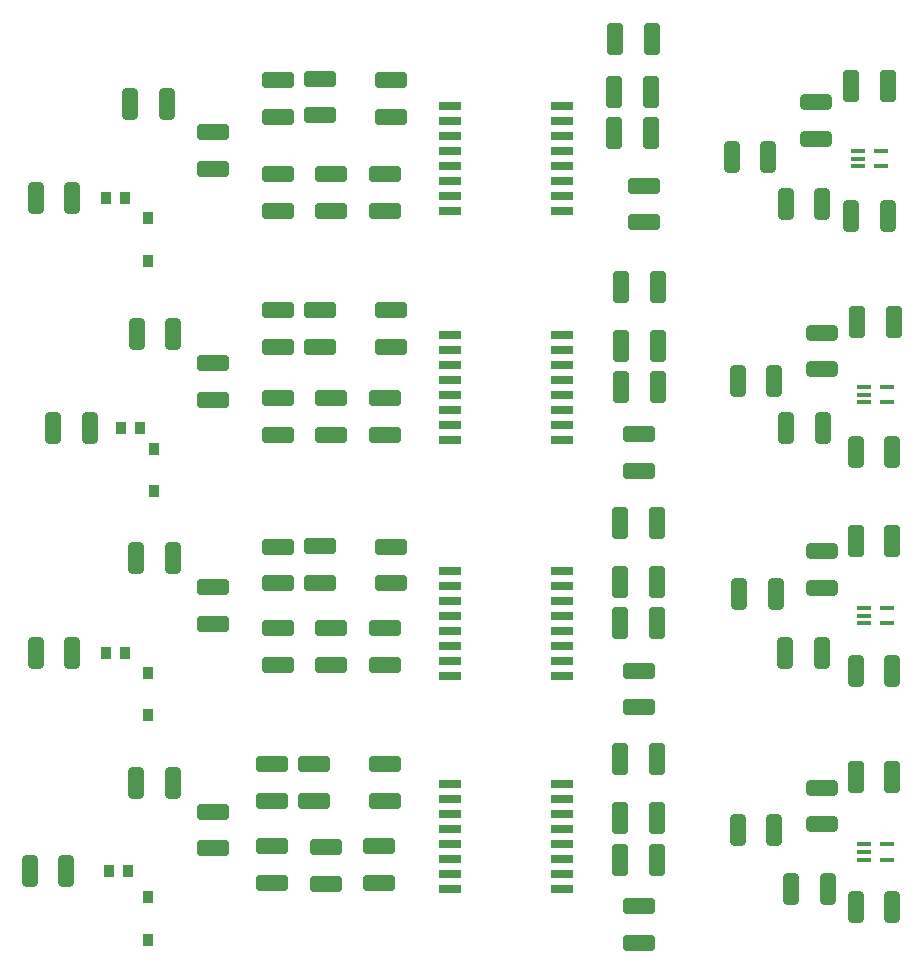
<source format=gbr>
%TF.GenerationSoftware,KiCad,Pcbnew,9.0.0*%
%TF.CreationDate,2025-04-28T14:26:38-07:00*%
%TF.ProjectId,IsolatedVoltageSensor,49736f6c-6174-4656-9456-6f6c74616765,rev?*%
%TF.SameCoordinates,Original*%
%TF.FileFunction,Paste,Top*%
%TF.FilePolarity,Positive*%
%FSLAX46Y46*%
G04 Gerber Fmt 4.6, Leading zero omitted, Abs format (unit mm)*
G04 Created by KiCad (PCBNEW 9.0.0) date 2025-04-28 14:26:38*
%MOMM*%
%LPD*%
G01*
G04 APERTURE LIST*
G04 Aperture macros list*
%AMRoundRect*
0 Rectangle with rounded corners*
0 $1 Rounding radius*
0 $2 $3 $4 $5 $6 $7 $8 $9 X,Y pos of 4 corners*
0 Add a 4 corners polygon primitive as box body*
4,1,4,$2,$3,$4,$5,$6,$7,$8,$9,$2,$3,0*
0 Add four circle primitives for the rounded corners*
1,1,$1+$1,$2,$3*
1,1,$1+$1,$4,$5*
1,1,$1+$1,$6,$7*
1,1,$1+$1,$8,$9*
0 Add four rect primitives between the rounded corners*
20,1,$1+$1,$2,$3,$4,$5,0*
20,1,$1+$1,$4,$5,$6,$7,0*
20,1,$1+$1,$6,$7,$8,$9,0*
20,1,$1+$1,$8,$9,$2,$3,0*%
G04 Aperture macros list end*
%ADD10RoundRect,0.250000X-0.400000X-1.075000X0.400000X-1.075000X0.400000X1.075000X-0.400000X1.075000X0*%
%ADD11RoundRect,0.250000X1.100000X-0.412500X1.100000X0.412500X-1.100000X0.412500X-1.100000X-0.412500X0*%
%ADD12RoundRect,0.250000X0.400000X1.075000X-0.400000X1.075000X-0.400000X-1.075000X0.400000X-1.075000X0*%
%ADD13R,0.850000X1.050000*%
%ADD14RoundRect,0.250000X-0.412500X-1.100000X0.412500X-1.100000X0.412500X1.100000X-0.412500X1.100000X0*%
%ADD15R,1.200000X0.400000*%
%ADD16RoundRect,0.250000X0.412500X1.100000X-0.412500X1.100000X-0.412500X-1.100000X0.412500X-1.100000X0*%
%ADD17R,0.950000X1.000000*%
%ADD18RoundRect,0.250000X1.075000X-0.400000X1.075000X0.400000X-1.075000X0.400000X-1.075000X-0.400000X0*%
%ADD19RoundRect,0.250000X-1.100000X0.412500X-1.100000X-0.412500X1.100000X-0.412500X1.100000X0.412500X0*%
%ADD20R,1.950000X0.650000*%
G04 APERTURE END LIST*
D10*
%TO.C,R49*%
X119000000Y-88000000D03*
X122100000Y-88000000D03*
%TD*%
D11*
%TO.C,C76*%
X140500000Y-69625000D03*
X140500000Y-66500000D03*
%TD*%
D12*
%TO.C,R51*%
X177100000Y-96000000D03*
X174000000Y-96000000D03*
%TD*%
D13*
%TO.C,Z2*%
X120000000Y-116700000D03*
X120000000Y-120300000D03*
%TD*%
D14*
%TO.C,C35*%
X159937500Y-124000000D03*
X163062500Y-124000000D03*
%TD*%
D15*
%TO.C,IC11*%
X180600000Y-92500000D03*
X180600000Y-93150000D03*
X180600000Y-93800000D03*
X182500000Y-93800000D03*
X182500000Y-92500000D03*
%TD*%
D16*
%TO.C,C83*%
X182625000Y-67000000D03*
X179500000Y-67000000D03*
%TD*%
D12*
%TO.C,R46*%
X173100000Y-110000000D03*
X170000000Y-110000000D03*
%TD*%
D13*
%TO.C,Z3*%
X120500000Y-97700000D03*
X120500000Y-101300000D03*
%TD*%
D17*
%TO.C,FB3*%
X117700000Y-96000000D03*
X119300000Y-96000000D03*
%TD*%
D10*
%TO.C,R38*%
X118950000Y-126000000D03*
X122050000Y-126000000D03*
%TD*%
D12*
%TO.C,R58*%
X172500000Y-73000000D03*
X169400000Y-73000000D03*
%TD*%
D18*
%TO.C,R47*%
X177000000Y-109500000D03*
X177000000Y-106400000D03*
%TD*%
D16*
%TO.C,C80*%
X162562500Y-71000000D03*
X159437500Y-71000000D03*
%TD*%
D17*
%TO.C,FB1*%
X116700000Y-133500000D03*
X118300000Y-133500000D03*
%TD*%
D10*
%TO.C,R43*%
X118950000Y-107000000D03*
X122050000Y-107000000D03*
%TD*%
D19*
%TO.C,C62*%
X135500000Y-93437500D03*
X135500000Y-96562500D03*
%TD*%
D12*
%TO.C,R48*%
X183000000Y-116500000D03*
X179900000Y-116500000D03*
%TD*%
D11*
%TO.C,C46*%
X125500000Y-131562500D03*
X125500000Y-128437500D03*
%TD*%
%TO.C,C42*%
X140000000Y-127562500D03*
X140000000Y-124437500D03*
%TD*%
D16*
%TO.C,C41*%
X163062500Y-132500000D03*
X159937500Y-132500000D03*
%TD*%
D19*
%TO.C,C74*%
X135500000Y-74437500D03*
X135500000Y-77562500D03*
%TD*%
D18*
%TO.C,R59*%
X176500000Y-71500000D03*
X176500000Y-68400000D03*
%TD*%
D16*
%TO.C,C47*%
X183000000Y-125500000D03*
X179875000Y-125500000D03*
%TD*%
D19*
%TO.C,C50*%
X135500000Y-112937500D03*
X135500000Y-116062500D03*
%TD*%
%TO.C,C66*%
X131000000Y-93437500D03*
X131000000Y-96562500D03*
%TD*%
%TO.C,C54*%
X131000000Y-112937500D03*
X131000000Y-116062500D03*
%TD*%
D13*
%TO.C,Z4*%
X120000000Y-78200000D03*
X120000000Y-81800000D03*
%TD*%
D11*
%TO.C,C75*%
X131000000Y-69625000D03*
X131000000Y-66500000D03*
%TD*%
D14*
%TO.C,C58*%
X159937500Y-109000000D03*
X163062500Y-109000000D03*
%TD*%
D19*
%TO.C,C43*%
X139500000Y-131375000D03*
X139500000Y-134500000D03*
%TD*%
%TO.C,C77*%
X134500000Y-66375000D03*
X134500000Y-69500000D03*
%TD*%
D14*
%TO.C,C81*%
X159500000Y-63000000D03*
X162625000Y-63000000D03*
%TD*%
D15*
%TO.C,IC1*%
X180600000Y-131200000D03*
X180600000Y-131850000D03*
X180600000Y-132500000D03*
X182500000Y-132500000D03*
X182500000Y-131200000D03*
%TD*%
D12*
%TO.C,R37*%
X113050000Y-133500000D03*
X109950000Y-133500000D03*
%TD*%
%TO.C,R57*%
X177050000Y-77000000D03*
X173950000Y-77000000D03*
%TD*%
D16*
%TO.C,C56*%
X163062500Y-112500000D03*
X159937500Y-112500000D03*
%TD*%
D11*
%TO.C,C67*%
X161500000Y-99562500D03*
X161500000Y-96437500D03*
%TD*%
D17*
%TO.C,FB2*%
X116400000Y-115000000D03*
X118000000Y-115000000D03*
%TD*%
D12*
%TO.C,R44*%
X113550000Y-115000000D03*
X110450000Y-115000000D03*
%TD*%
D20*
%TO.C,AT1*%
X145550000Y-126110000D03*
X145550000Y-127380000D03*
X145550000Y-128650000D03*
X145550000Y-129920000D03*
X145550000Y-131190000D03*
X145550000Y-132460000D03*
X145550000Y-133730000D03*
X145550000Y-135000000D03*
X155000000Y-135000000D03*
X155000000Y-133730000D03*
X155000000Y-132460000D03*
X155000000Y-131190000D03*
X155000000Y-129920000D03*
X155000000Y-128650000D03*
X155000000Y-127380000D03*
X155000000Y-126110000D03*
%TD*%
D12*
%TO.C,R39*%
X173000000Y-130000000D03*
X169900000Y-130000000D03*
%TD*%
D19*
%TO.C,C53*%
X134500000Y-105937500D03*
X134500000Y-109062500D03*
%TD*%
D16*
%TO.C,C68*%
X163125000Y-92500000D03*
X160000000Y-92500000D03*
%TD*%
D19*
%TO.C,C48*%
X140000000Y-112937500D03*
X140000000Y-116062500D03*
%TD*%
D13*
%TO.C,Z1*%
X120000000Y-135700000D03*
X120000000Y-139300000D03*
%TD*%
D20*
%TO.C,AT4*%
X145550000Y-68690000D03*
X145550000Y-69960000D03*
X145550000Y-71230000D03*
X145550000Y-72500000D03*
X145550000Y-73770000D03*
X145550000Y-75040000D03*
X145550000Y-76310000D03*
X145550000Y-77580000D03*
X155000000Y-77580000D03*
X155000000Y-76310000D03*
X155000000Y-75040000D03*
X155000000Y-73770000D03*
X155000000Y-72500000D03*
X155000000Y-71230000D03*
X155000000Y-69960000D03*
X155000000Y-68690000D03*
%TD*%
D16*
%TO.C,C59*%
X183000000Y-105500000D03*
X179875000Y-105500000D03*
%TD*%
D18*
%TO.C,R53*%
X177000000Y-91000000D03*
X177000000Y-87900000D03*
%TD*%
D11*
%TO.C,C40*%
X130500000Y-127562500D03*
X130500000Y-124437500D03*
%TD*%
D12*
%TO.C,R40*%
X177500000Y-135000000D03*
X174400000Y-135000000D03*
%TD*%
D11*
%TO.C,C79*%
X162000000Y-78562500D03*
X162000000Y-75437500D03*
%TD*%
D19*
%TO.C,C60*%
X140000000Y-93437500D03*
X140000000Y-96562500D03*
%TD*%
D18*
%TO.C,R41*%
X177000000Y-129500000D03*
X177000000Y-126400000D03*
%TD*%
D11*
%TO.C,C52*%
X140500000Y-109125000D03*
X140500000Y-106000000D03*
%TD*%
D14*
%TO.C,C57*%
X159937500Y-104000000D03*
X163062500Y-104000000D03*
%TD*%
D19*
%TO.C,C39*%
X134000000Y-124437500D03*
X134000000Y-127562500D03*
%TD*%
D12*
%TO.C,R42*%
X183000000Y-136500000D03*
X179900000Y-136500000D03*
%TD*%
D14*
%TO.C,C70*%
X160000000Y-89000000D03*
X163125000Y-89000000D03*
%TD*%
D19*
%TO.C,C78*%
X131000000Y-74437500D03*
X131000000Y-77562500D03*
%TD*%
D16*
%TO.C,C71*%
X183125000Y-87000000D03*
X180000000Y-87000000D03*
%TD*%
D12*
%TO.C,R54*%
X183000000Y-98000000D03*
X179900000Y-98000000D03*
%TD*%
D14*
%TO.C,C36*%
X159937500Y-129000000D03*
X163062500Y-129000000D03*
%TD*%
D10*
%TO.C,R55*%
X118450000Y-68500000D03*
X121550000Y-68500000D03*
%TD*%
D12*
%TO.C,R50*%
X115050000Y-96000000D03*
X111950000Y-96000000D03*
%TD*%
D14*
%TO.C,C82*%
X159437500Y-67500000D03*
X162562500Y-67500000D03*
%TD*%
D11*
%TO.C,C38*%
X161500000Y-139562500D03*
X161500000Y-136437500D03*
%TD*%
D15*
%TO.C,IC2*%
X180600000Y-111200000D03*
X180600000Y-111850000D03*
X180600000Y-112500000D03*
X182500000Y-112500000D03*
X182500000Y-111200000D03*
%TD*%
D11*
%TO.C,C51*%
X131000000Y-109125000D03*
X131000000Y-106000000D03*
%TD*%
D15*
%TO.C,IC12*%
X180100000Y-72500000D03*
X180100000Y-73150000D03*
X180100000Y-73800000D03*
X182000000Y-73800000D03*
X182000000Y-72500000D03*
%TD*%
D20*
%TO.C,AT2*%
X145550000Y-108055000D03*
X145550000Y-109325000D03*
X145550000Y-110595000D03*
X145550000Y-111865000D03*
X145550000Y-113135000D03*
X145550000Y-114405000D03*
X145550000Y-115675000D03*
X145550000Y-116945000D03*
X155000000Y-116945000D03*
X155000000Y-115675000D03*
X155000000Y-114405000D03*
X155000000Y-113135000D03*
X155000000Y-111865000D03*
X155000000Y-110595000D03*
X155000000Y-109325000D03*
X155000000Y-108055000D03*
%TD*%
D11*
%TO.C,C63*%
X131000000Y-89062500D03*
X131000000Y-85937500D03*
%TD*%
%TO.C,C64*%
X140500000Y-89062500D03*
X140500000Y-85937500D03*
%TD*%
D19*
%TO.C,C45*%
X130500000Y-131375000D03*
X130500000Y-134500000D03*
%TD*%
D12*
%TO.C,R52*%
X173000000Y-92000000D03*
X169900000Y-92000000D03*
%TD*%
D11*
%TO.C,C49*%
X125500000Y-112562500D03*
X125500000Y-109437500D03*
%TD*%
D12*
%TO.C,R60*%
X182600000Y-78000000D03*
X179500000Y-78000000D03*
%TD*%
D11*
%TO.C,C61*%
X125500000Y-93625000D03*
X125500000Y-90500000D03*
%TD*%
D17*
%TO.C,FB4*%
X116400000Y-76500000D03*
X118000000Y-76500000D03*
%TD*%
D12*
%TO.C,R56*%
X113550000Y-76500000D03*
X110450000Y-76500000D03*
%TD*%
D19*
%TO.C,C72*%
X140000000Y-74437500D03*
X140000000Y-77562500D03*
%TD*%
%TO.C,C44*%
X135000000Y-131437500D03*
X135000000Y-134562500D03*
%TD*%
D12*
%TO.C,R45*%
X177000000Y-115000000D03*
X173900000Y-115000000D03*
%TD*%
D19*
%TO.C,C65*%
X134500000Y-85937500D03*
X134500000Y-89062500D03*
%TD*%
D11*
%TO.C,C73*%
X125500000Y-74000000D03*
X125500000Y-70875000D03*
%TD*%
D14*
%TO.C,C69*%
X160000000Y-84000000D03*
X163125000Y-84000000D03*
%TD*%
D20*
%TO.C,AT3*%
X145550000Y-88055000D03*
X145550000Y-89325000D03*
X145550000Y-90595000D03*
X145550000Y-91865000D03*
X145550000Y-93135000D03*
X145550000Y-94405000D03*
X145550000Y-95675000D03*
X145550000Y-96945000D03*
X155000000Y-96945000D03*
X155000000Y-95675000D03*
X155000000Y-94405000D03*
X155000000Y-93135000D03*
X155000000Y-91865000D03*
X155000000Y-90595000D03*
X155000000Y-89325000D03*
X155000000Y-88055000D03*
%TD*%
D11*
%TO.C,C55*%
X161500000Y-119625000D03*
X161500000Y-116500000D03*
%TD*%
M02*

</source>
